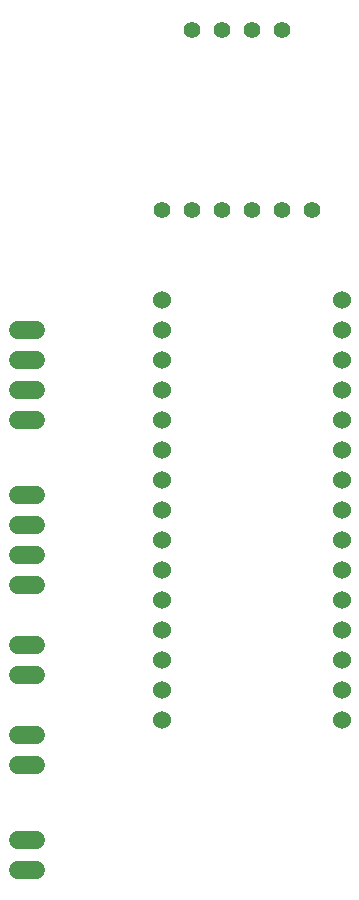
<source format=gbr>
G04 EAGLE Gerber RS-274X export*
G75*
%MOMM*%
%FSLAX34Y34*%
%LPD*%
%INTop Copper*%
%IPPOS*%
%AMOC8*
5,1,8,0,0,1.08239X$1,22.5*%
G01*
%ADD10C,1.524000*%
%ADD11C,1.524000*%
%ADD12C,1.397000*%


D10*
X264160Y-464820D03*
X264160Y-439420D03*
X264160Y-414020D03*
X264160Y-388620D03*
X264160Y-363220D03*
X264160Y-337820D03*
X264160Y-490220D03*
X264160Y-515620D03*
X264160Y-541020D03*
X264160Y-566420D03*
X264160Y-591820D03*
X264160Y-617220D03*
X264160Y-642620D03*
X264160Y-312420D03*
X264160Y-287020D03*
X416560Y-464820D03*
X416560Y-490220D03*
X416560Y-515620D03*
X416560Y-541020D03*
X416560Y-566420D03*
X416560Y-591820D03*
X416560Y-439420D03*
X416560Y-414020D03*
X416560Y-388620D03*
X416560Y-363220D03*
X416560Y-337820D03*
X416560Y-312420D03*
X416560Y-287020D03*
X416560Y-617220D03*
X416560Y-642620D03*
D11*
X157480Y-604520D02*
X142240Y-604520D01*
X142240Y-579120D02*
X157480Y-579120D01*
X157480Y-680720D02*
X142240Y-680720D01*
X142240Y-655320D02*
X157480Y-655320D01*
X157480Y-769620D02*
X142240Y-769620D01*
X142240Y-744220D02*
X157480Y-744220D01*
X157480Y-388620D02*
X142240Y-388620D01*
X142240Y-363220D02*
X157480Y-363220D01*
X157480Y-337820D02*
X142240Y-337820D01*
X142240Y-312420D02*
X157480Y-312420D01*
X157480Y-528320D02*
X142240Y-528320D01*
X142240Y-502920D02*
X157480Y-502920D01*
X157480Y-477520D02*
X142240Y-477520D01*
X142240Y-452120D02*
X157480Y-452120D01*
D12*
X264795Y-210820D03*
X290195Y-210820D03*
X315595Y-210820D03*
X340995Y-210820D03*
X366395Y-210820D03*
X391795Y-210820D03*
X290195Y-58420D03*
X315595Y-58420D03*
X340995Y-58420D03*
X366395Y-58420D03*
M02*

</source>
